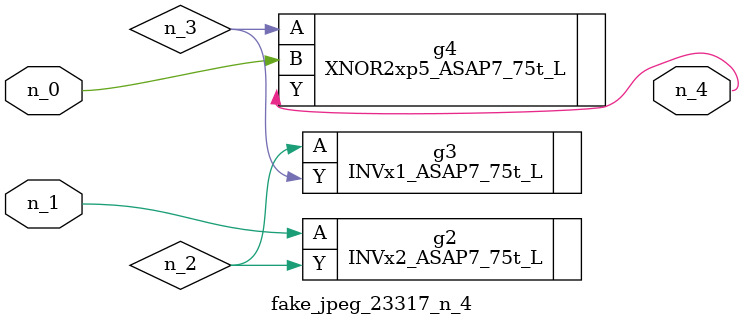
<source format=v>
module fake_jpeg_23317_n_4 (n_0, n_1, n_4);

input n_0;
input n_1;

output n_4;

wire n_3;
wire n_2;

INVx2_ASAP7_75t_L g2 ( 
.A(n_1),
.Y(n_2)
);

INVx1_ASAP7_75t_L g3 ( 
.A(n_2),
.Y(n_3)
);

XNOR2xp5_ASAP7_75t_L g4 ( 
.A(n_3),
.B(n_0),
.Y(n_4)
);


endmodule
</source>
